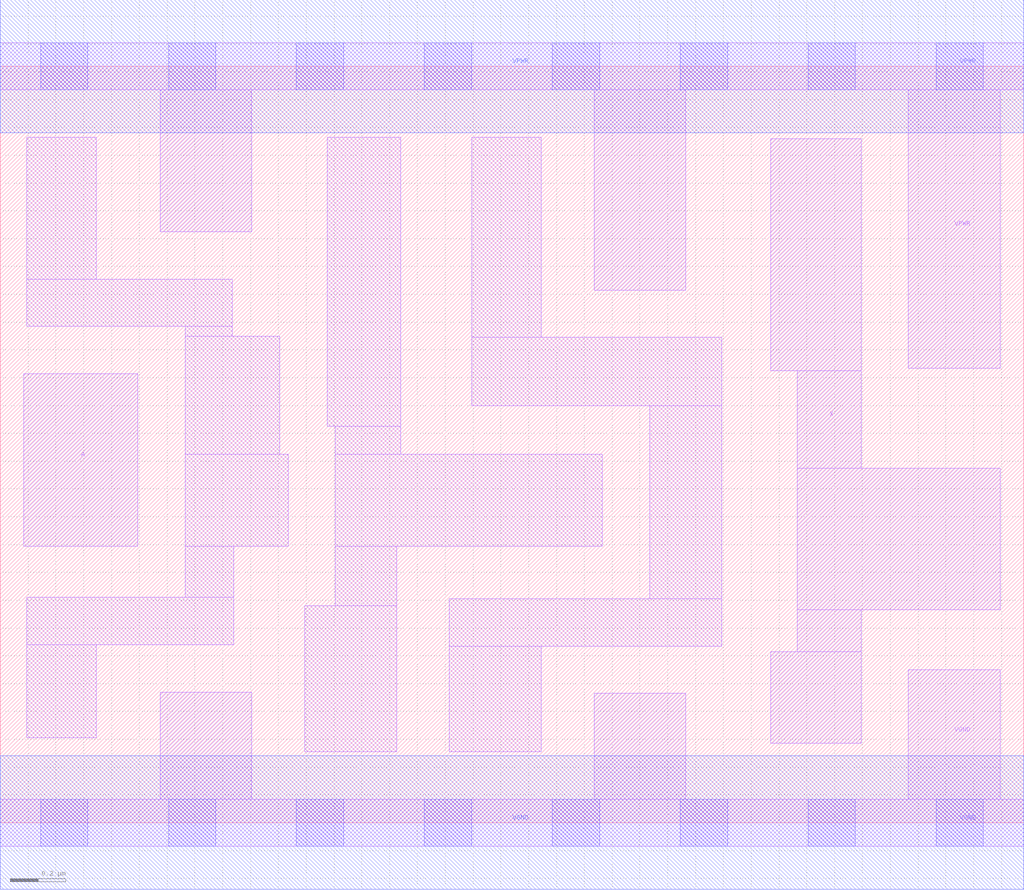
<source format=lef>
# Copyright 2020 The SkyWater PDK Authors
#
# Licensed under the Apache License, Version 2.0 (the "License");
# you may not use this file except in compliance with the License.
# You may obtain a copy of the License at
#
#     https://www.apache.org/licenses/LICENSE-2.0
#
# Unless required by applicable law or agreed to in writing, software
# distributed under the License is distributed on an "AS IS" BASIS,
# WITHOUT WARRANTIES OR CONDITIONS OF ANY KIND, either express or implied.
# See the License for the specific language governing permissions and
# limitations under the License.
#
# SPDX-License-Identifier: Apache-2.0

VERSION 5.7 ;
  NAMESCASESENSITIVE ON ;
  NOWIREEXTENSIONATPIN ON ;
  DIVIDERCHAR "/" ;
  BUSBITCHARS "[]" ;
UNITS
  DATABASE MICRONS 200 ;
END UNITS
MACRO sky130_fd_sc_hd__clkdlybuf4s25_2
  CLASS CORE ;
  SOURCE USER ;
  FOREIGN sky130_fd_sc_hd__clkdlybuf4s25_2 ;
  ORIGIN  0.000000  0.000000 ;
  SIZE  3.680000 BY  2.720000 ;
  SYMMETRY X Y R90 ;
  SITE unithd ;
  PIN A
    ANTENNAGATEAREA  0.213000 ;
    DIRECTION INPUT ;
    USE SIGNAL ;
    PORT
      LAYER li1 ;
        RECT 0.085000 0.995000 0.495000 1.615000 ;
    END
  END A
  PIN X
    ANTENNADIFFAREA  0.497000 ;
    DIRECTION OUTPUT ;
    USE SIGNAL ;
    PORT
      LAYER li1 ;
        RECT 2.770000 0.285000 3.095000 0.615000 ;
        RECT 2.770000 1.625000 3.095000 2.460000 ;
        RECT 2.865000 0.615000 3.095000 0.765000 ;
        RECT 2.865000 0.765000 3.595000 1.275000 ;
        RECT 2.865000 1.275000 3.095000 1.625000 ;
    END
  END X
  PIN VGND
    DIRECTION INOUT ;
    SHAPE ABUTMENT ;
    USE GROUND ;
    PORT
      LAYER li1 ;
        RECT 0.000000 -0.085000 3.680000 0.085000 ;
        RECT 0.575000  0.085000 0.905000 0.470000 ;
        RECT 2.135000  0.085000 2.465000 0.465000 ;
        RECT 3.265000  0.085000 3.595000 0.550000 ;
      LAYER mcon ;
        RECT 0.145000 -0.085000 0.315000 0.085000 ;
        RECT 0.605000 -0.085000 0.775000 0.085000 ;
        RECT 1.065000 -0.085000 1.235000 0.085000 ;
        RECT 1.525000 -0.085000 1.695000 0.085000 ;
        RECT 1.985000 -0.085000 2.155000 0.085000 ;
        RECT 2.445000 -0.085000 2.615000 0.085000 ;
        RECT 2.905000 -0.085000 3.075000 0.085000 ;
        RECT 3.365000 -0.085000 3.535000 0.085000 ;
      LAYER met1 ;
        RECT 0.000000 -0.240000 3.680000 0.240000 ;
    END
  END VGND
  PIN VPWR
    DIRECTION INOUT ;
    SHAPE ABUTMENT ;
    USE POWER ;
    PORT
      LAYER li1 ;
        RECT 0.000000 2.635000 3.680000 2.805000 ;
        RECT 0.575000 2.125000 0.905000 2.635000 ;
        RECT 2.135000 1.915000 2.465000 2.635000 ;
        RECT 3.265000 1.635000 3.595000 2.635000 ;
      LAYER mcon ;
        RECT 0.145000 2.635000 0.315000 2.805000 ;
        RECT 0.605000 2.635000 0.775000 2.805000 ;
        RECT 1.065000 2.635000 1.235000 2.805000 ;
        RECT 1.525000 2.635000 1.695000 2.805000 ;
        RECT 1.985000 2.635000 2.155000 2.805000 ;
        RECT 2.445000 2.635000 2.615000 2.805000 ;
        RECT 2.905000 2.635000 3.075000 2.805000 ;
        RECT 3.365000 2.635000 3.535000 2.805000 ;
      LAYER met1 ;
        RECT 0.000000 2.480000 3.680000 2.960000 ;
    END
  END VPWR
  OBS
    LAYER li1 ;
      RECT 0.095000 0.305000 0.345000 0.640000 ;
      RECT 0.095000 0.640000 0.840000 0.810000 ;
      RECT 0.095000 1.785000 0.835000 1.955000 ;
      RECT 0.095000 1.955000 0.345000 2.465000 ;
      RECT 0.665000 0.810000 0.840000 0.995000 ;
      RECT 0.665000 0.995000 1.035000 1.325000 ;
      RECT 0.665000 1.325000 1.005000 1.750000 ;
      RECT 0.665000 1.750000 0.835000 1.785000 ;
      RECT 1.095000 0.255000 1.425000 0.780000 ;
      RECT 1.175000 1.425000 1.440000 2.465000 ;
      RECT 1.205000 0.780000 1.425000 0.995000 ;
      RECT 1.205000 0.995000 2.165000 1.325000 ;
      RECT 1.205000 1.325000 1.440000 1.425000 ;
      RECT 1.615000 0.255000 1.945000 0.635000 ;
      RECT 1.615000 0.635000 2.595000 0.805000 ;
      RECT 1.695000 1.500000 2.595000 1.745000 ;
      RECT 1.695000 1.745000 1.945000 2.465000 ;
      RECT 2.335000 0.805000 2.595000 1.500000 ;
  END
END sky130_fd_sc_hd__clkdlybuf4s25_2

</source>
